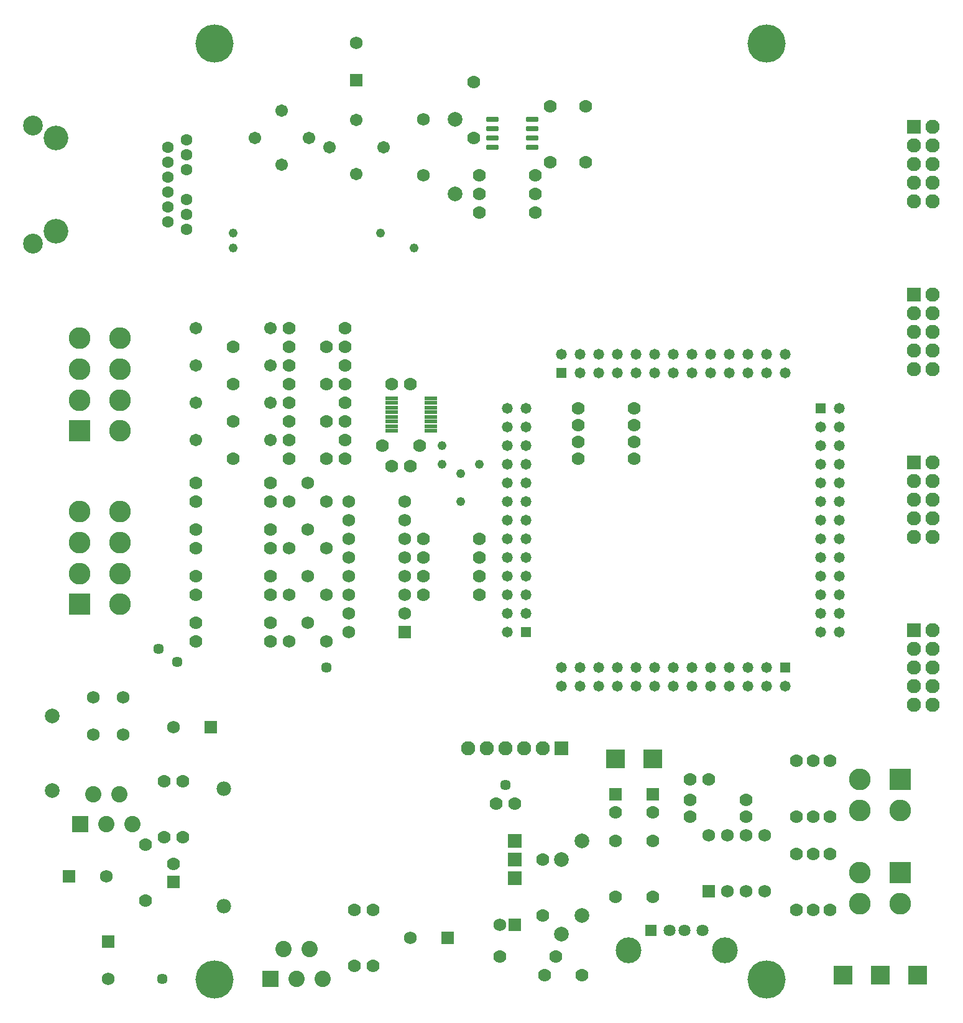
<source format=gbs>
G04*
G04 #@! TF.GenerationSoftware,Altium Limited,Altium Designer,22.6.1 (34)*
G04*
G04 Layer_Color=16711935*
%FSLAX25Y25*%
%MOIN*%
G70*
G04*
G04 #@! TF.SameCoordinates,AF77A519-CAE8-4CE4-B455-2A79372E2E6D*
G04*
G04*
G04 #@! TF.FilePolarity,Negative*
G04*
G01*
G75*
%ADD26R,0.11627X0.11627*%
%ADD27C,0.11627*%
%ADD28C,0.06422*%
%ADD29C,0.13855*%
%ADD30R,0.06422X0.06422*%
%ADD31C,0.06312*%
%ADD32C,0.13202*%
%ADD33C,0.10642*%
%ADD34C,0.07000*%
%ADD35C,0.06800*%
%ADD36R,0.09855X0.09855*%
%ADD37R,0.08750X0.08750*%
%ADD38C,0.08750*%
%ADD39C,0.06706*%
%ADD40R,0.06800X0.06800*%
%ADD41R,0.06800X0.06800*%
%ADD42C,0.20485*%
%ADD43R,0.07000X0.07000*%
%ADD44C,0.07887*%
%ADD45C,0.07800*%
%ADD46R,0.07800X0.07800*%
%ADD47R,0.07690X0.07690*%
%ADD48C,0.07690*%
%ADD49C,0.05800*%
%ADD50R,0.05800X0.05800*%
%ADD51R,0.05800X0.05800*%
%ADD52R,0.07690X0.07690*%
%ADD53C,0.05721*%
%ADD54C,0.04800*%
G04:AMPARAMS|DCode=96|XSize=66.53mil|YSize=29.13mil|CornerRadius=5.71mil|HoleSize=0mil|Usage=FLASHONLY|Rotation=180.000|XOffset=0mil|YOffset=0mil|HoleType=Round|Shape=RoundedRectangle|*
%AMROUNDEDRECTD96*
21,1,0.06653,0.01772,0,0,180.0*
21,1,0.05512,0.02913,0,0,180.0*
1,1,0.01142,-0.02756,0.00886*
1,1,0.01142,0.02756,0.00886*
1,1,0.01142,0.02756,-0.00886*
1,1,0.01142,-0.02756,-0.00886*
%
%ADD96ROUNDEDRECTD96*%
%ADD97R,0.06694X0.02008*%
D26*
X495653Y82000D02*
D03*
Y132000D02*
D03*
X55598Y225929D02*
D03*
Y318929D02*
D03*
D27*
X474000Y82000D02*
D03*
X495653Y65465D02*
D03*
X474000D02*
D03*
Y115465D02*
D03*
X495653D02*
D03*
X474000Y132000D02*
D03*
X77252Y225929D02*
D03*
X55598Y242465D02*
D03*
X77252D02*
D03*
X55598Y259000D02*
D03*
X77252D02*
D03*
X55598Y275535D02*
D03*
X77252D02*
D03*
Y368535D02*
D03*
X55598D02*
D03*
X77252Y352000D02*
D03*
X55598D02*
D03*
X77252Y335465D02*
D03*
X55598D02*
D03*
X77252Y318929D02*
D03*
D28*
X389559Y51000D02*
D03*
X379716D02*
D03*
X371843D02*
D03*
D29*
X401646Y40331D02*
D03*
X349913D02*
D03*
D30*
X362000Y51000D02*
D03*
D31*
X113000Y475000D02*
D03*
Y467008D02*
D03*
Y459016D02*
D03*
Y443032D02*
D03*
Y435039D02*
D03*
Y427047D02*
D03*
X103000Y471004D02*
D03*
Y463012D02*
D03*
Y455020D02*
D03*
Y447028D02*
D03*
Y439035D02*
D03*
Y431043D02*
D03*
D32*
X43000Y476024D02*
D03*
Y426024D02*
D03*
D33*
X30480Y482776D02*
D03*
Y419272D02*
D03*
D34*
X270000Y446000D02*
D03*
X300000D02*
D03*
X327000Y463000D02*
D03*
Y493000D02*
D03*
X213000Y32000D02*
D03*
Y62000D02*
D03*
X383000Y132000D02*
D03*
X393000D02*
D03*
X363000Y114200D02*
D03*
X440000Y92000D02*
D03*
Y62000D02*
D03*
X323000Y313000D02*
D03*
X353000D02*
D03*
X323000Y304000D02*
D03*
X353000D02*
D03*
X323000Y331000D02*
D03*
X353000D02*
D03*
X323000Y322000D02*
D03*
X353000D02*
D03*
X308000Y493000D02*
D03*
Y463000D02*
D03*
X300000Y456000D02*
D03*
X270000D02*
D03*
X300000Y436000D02*
D03*
X270000D02*
D03*
X267000Y506000D02*
D03*
Y476000D02*
D03*
X203000Y32000D02*
D03*
Y62000D02*
D03*
X458000D02*
D03*
Y92000D02*
D03*
X383000Y121000D02*
D03*
X413000D02*
D03*
X449000Y62000D02*
D03*
Y92000D02*
D03*
X383000Y112000D02*
D03*
X413000D02*
D03*
X279000Y119000D02*
D03*
X289000D02*
D03*
X325000Y27000D02*
D03*
X305000D02*
D03*
X458000Y112000D02*
D03*
Y142000D02*
D03*
X343000Y114200D02*
D03*
X281000Y37000D02*
D03*
X311000D02*
D03*
X304000Y59000D02*
D03*
Y89000D02*
D03*
X440000Y142000D02*
D03*
Y112000D02*
D03*
X449000Y142000D02*
D03*
Y112000D02*
D03*
X101000Y101000D02*
D03*
Y131000D02*
D03*
X111000Y101000D02*
D03*
Y131000D02*
D03*
X138000Y364000D02*
D03*
X168000D02*
D03*
X138000Y344000D02*
D03*
X168000D02*
D03*
X138000Y324000D02*
D03*
X168000D02*
D03*
X138000Y304000D02*
D03*
X168000D02*
D03*
X223000Y343900D02*
D03*
X233000D02*
D03*
X270000Y261000D02*
D03*
X240000D02*
D03*
X270000Y251000D02*
D03*
X240000D02*
D03*
X270000Y241000D02*
D03*
X240000D02*
D03*
X270000Y231000D02*
D03*
X240000D02*
D03*
X363000Y69000D02*
D03*
Y99000D02*
D03*
X343000Y69000D02*
D03*
Y99000D02*
D03*
X91000Y97000D02*
D03*
Y67000D02*
D03*
X106000Y86800D02*
D03*
X168000Y374000D02*
D03*
X198000D02*
D03*
X168000Y354000D02*
D03*
X198000D02*
D03*
X168000Y334000D02*
D03*
X198000D02*
D03*
X168000Y314000D02*
D03*
X198000D02*
D03*
X188000Y364000D02*
D03*
X198000D02*
D03*
X188000Y344000D02*
D03*
X198000D02*
D03*
X188000Y324000D02*
D03*
X198000D02*
D03*
X188000Y304000D02*
D03*
X198000D02*
D03*
X218000Y311000D02*
D03*
X238000D02*
D03*
X118000Y231000D02*
D03*
X158000D02*
D03*
X118000Y216000D02*
D03*
X158000D02*
D03*
X118000Y206000D02*
D03*
X158000D02*
D03*
X118000Y256000D02*
D03*
X158000D02*
D03*
X118000Y241000D02*
D03*
X158000D02*
D03*
X118000Y266000D02*
D03*
X158000D02*
D03*
X118000Y281000D02*
D03*
X158000D02*
D03*
X118000Y291000D02*
D03*
X158000D02*
D03*
X233000Y300000D02*
D03*
X223000D02*
D03*
D35*
X63000Y176000D02*
D03*
X79000Y156000D02*
D03*
Y176000D02*
D03*
X63000Y156000D02*
D03*
X178000Y241000D02*
D03*
X168000Y231000D02*
D03*
X188000D02*
D03*
X204000Y527000D02*
D03*
X70000Y80000D02*
D03*
X106000Y160000D02*
D03*
X71000Y25000D02*
D03*
X233000Y47000D02*
D03*
X240000Y486000D02*
D03*
Y456000D02*
D03*
X423000Y72000D02*
D03*
Y102000D02*
D03*
X393000D02*
D03*
X403000D02*
D03*
X413000D02*
D03*
Y72000D02*
D03*
X403000D02*
D03*
X281000Y54000D02*
D03*
X230000Y281000D02*
D03*
X200000D02*
D03*
Y261000D02*
D03*
Y271000D02*
D03*
X230000D02*
D03*
Y261000D02*
D03*
X200000Y241000D02*
D03*
Y251000D02*
D03*
X230000D02*
D03*
Y241000D02*
D03*
Y221000D02*
D03*
Y231000D02*
D03*
X200000D02*
D03*
Y221000D02*
D03*
Y211000D02*
D03*
X188000Y206000D02*
D03*
X168000D02*
D03*
X178000Y216000D02*
D03*
X188000Y256000D02*
D03*
X168000D02*
D03*
X178000Y266000D02*
D03*
X188000Y281000D02*
D03*
X168000D02*
D03*
X178000Y291000D02*
D03*
D36*
X363000Y143000D02*
D03*
X485000Y27000D02*
D03*
X465000D02*
D03*
X505000D02*
D03*
X343000Y143000D02*
D03*
D37*
X56000Y108000D02*
D03*
X158000Y25000D02*
D03*
D38*
X63000Y124000D02*
D03*
X70000Y108000D02*
D03*
X77000Y124000D02*
D03*
X84000Y108000D02*
D03*
X186000Y25000D02*
D03*
X179000Y41000D02*
D03*
X172000Y25000D02*
D03*
X165000Y41000D02*
D03*
D39*
X204000Y485653D02*
D03*
X218476Y471177D02*
D03*
X204000Y456701D02*
D03*
X189524Y471177D02*
D03*
X149524Y476177D02*
D03*
X164000Y461701D02*
D03*
X178476Y476177D02*
D03*
X164000Y490654D02*
D03*
X158000Y314000D02*
D03*
X118000D02*
D03*
X158000Y334000D02*
D03*
X118000D02*
D03*
X158000Y374000D02*
D03*
X118000D02*
D03*
X158000Y354000D02*
D03*
X118000D02*
D03*
D40*
X204000Y507000D02*
D03*
X71000Y45000D02*
D03*
X393000Y72000D02*
D03*
D41*
X50000Y80000D02*
D03*
X126000Y160000D02*
D03*
X253000Y47000D02*
D03*
X289000Y54000D02*
D03*
X230000Y211000D02*
D03*
D42*
X128000Y526653D02*
D03*
X424000D02*
D03*
Y24654D02*
D03*
X128000D02*
D03*
D43*
X363000Y123900D02*
D03*
X343000D02*
D03*
X106000Y77100D02*
D03*
D44*
X257000Y486000D02*
D03*
Y446000D02*
D03*
X41000Y166000D02*
D03*
Y126000D02*
D03*
X314000Y49000D02*
D03*
Y89000D02*
D03*
X325000Y59000D02*
D03*
Y99000D02*
D03*
D45*
X133000Y127000D02*
D03*
Y64000D02*
D03*
D46*
X289000Y89000D02*
D03*
Y99000D02*
D03*
Y79000D02*
D03*
D47*
X503000Y212000D02*
D03*
Y302000D02*
D03*
Y392000D02*
D03*
Y482000D02*
D03*
D48*
X513000Y212000D02*
D03*
X503000Y202000D02*
D03*
X513000D02*
D03*
X503000Y192000D02*
D03*
X513000D02*
D03*
X503000Y182000D02*
D03*
X513000D02*
D03*
X503000Y172000D02*
D03*
X513000D02*
D03*
Y302000D02*
D03*
X503000Y292000D02*
D03*
X513000D02*
D03*
X503000Y282000D02*
D03*
X513000D02*
D03*
X503000Y272000D02*
D03*
X513000D02*
D03*
X503000Y262000D02*
D03*
X513000D02*
D03*
Y392000D02*
D03*
X503000Y382000D02*
D03*
X513000D02*
D03*
X503000Y372000D02*
D03*
X513000D02*
D03*
X503000Y362000D02*
D03*
X513000D02*
D03*
X503000Y352000D02*
D03*
X513000D02*
D03*
Y442000D02*
D03*
X503000D02*
D03*
X513000Y452000D02*
D03*
X503000D02*
D03*
X513000Y462000D02*
D03*
X503000D02*
D03*
X513000Y472000D02*
D03*
X503000D02*
D03*
X513000Y482000D02*
D03*
X264000Y148653D02*
D03*
X274000D02*
D03*
X284000D02*
D03*
X294000D02*
D03*
X304000D02*
D03*
D49*
X285000Y241000D02*
D03*
X295000Y221000D02*
D03*
X285000Y211000D02*
D03*
Y221000D02*
D03*
Y251000D02*
D03*
Y261000D02*
D03*
Y271000D02*
D03*
Y281000D02*
D03*
Y291000D02*
D03*
Y301000D02*
D03*
Y311000D02*
D03*
Y321000D02*
D03*
Y331000D02*
D03*
Y231000D02*
D03*
X295000Y241000D02*
D03*
Y251000D02*
D03*
Y261000D02*
D03*
Y271000D02*
D03*
Y281000D02*
D03*
Y291000D02*
D03*
Y301000D02*
D03*
Y311000D02*
D03*
Y321000D02*
D03*
Y331000D02*
D03*
Y231000D02*
D03*
X334000Y350000D02*
D03*
X434000D02*
D03*
X424000D02*
D03*
X414000D02*
D03*
X404000D02*
D03*
X394000D02*
D03*
X384000D02*
D03*
X374000D02*
D03*
X364000D02*
D03*
X354000D02*
D03*
X344000D02*
D03*
X334000Y360000D02*
D03*
X434000D02*
D03*
X424000D02*
D03*
X414000D02*
D03*
X404000D02*
D03*
X394000D02*
D03*
X384000D02*
D03*
X374000D02*
D03*
X364000D02*
D03*
X354000D02*
D03*
X324000D02*
D03*
X314000D02*
D03*
X324000Y350000D02*
D03*
X344000Y360000D02*
D03*
X453000Y311000D02*
D03*
Y211000D02*
D03*
Y221000D02*
D03*
Y231000D02*
D03*
Y241000D02*
D03*
Y251000D02*
D03*
Y261000D02*
D03*
Y271000D02*
D03*
Y281000D02*
D03*
Y291000D02*
D03*
Y301000D02*
D03*
X463000Y311000D02*
D03*
Y211000D02*
D03*
Y221000D02*
D03*
Y231000D02*
D03*
Y241000D02*
D03*
Y251000D02*
D03*
Y261000D02*
D03*
Y271000D02*
D03*
Y281000D02*
D03*
Y291000D02*
D03*
Y321000D02*
D03*
Y331000D02*
D03*
X453000Y321000D02*
D03*
X463000Y301000D02*
D03*
X404000Y182000D02*
D03*
X424000Y192000D02*
D03*
X434000Y182000D02*
D03*
X424000D02*
D03*
X394000D02*
D03*
X384000D02*
D03*
X374000D02*
D03*
X364000D02*
D03*
X354000D02*
D03*
X344000D02*
D03*
X334000D02*
D03*
X324000D02*
D03*
X314000D02*
D03*
X414000D02*
D03*
X404000Y192000D02*
D03*
X394000D02*
D03*
X384000D02*
D03*
X374000D02*
D03*
X364000D02*
D03*
X354000D02*
D03*
X344000D02*
D03*
X334000D02*
D03*
X324000D02*
D03*
X314000D02*
D03*
X414000D02*
D03*
D50*
X295000Y211000D02*
D03*
X453000Y331000D02*
D03*
D51*
X314000Y350000D02*
D03*
X434000Y192000D02*
D03*
D52*
X314000Y148653D02*
D03*
D53*
X98000Y202000D02*
D03*
X100000Y25000D02*
D03*
X284000Y129000D02*
D03*
X188000Y192000D02*
D03*
X108000Y195000D02*
D03*
D54*
X235000Y417000D02*
D03*
X138000Y425000D02*
D03*
Y417000D02*
D03*
X217000Y425000D02*
D03*
X250000Y301000D02*
D03*
Y311000D02*
D03*
X260000Y281000D02*
D03*
Y296000D02*
D03*
X270000Y301000D02*
D03*
D96*
X277000Y486000D02*
D03*
Y481000D02*
D03*
Y476000D02*
D03*
Y471000D02*
D03*
X298260D02*
D03*
Y476000D02*
D03*
Y481000D02*
D03*
Y486000D02*
D03*
D97*
X222740Y321500D02*
D03*
Y324000D02*
D03*
Y326500D02*
D03*
Y329000D02*
D03*
Y331500D02*
D03*
Y334000D02*
D03*
Y336500D02*
D03*
Y319000D02*
D03*
X244000Y321500D02*
D03*
Y324000D02*
D03*
Y326500D02*
D03*
Y329000D02*
D03*
Y331500D02*
D03*
Y334000D02*
D03*
Y336500D02*
D03*
Y319000D02*
D03*
M02*

</source>
